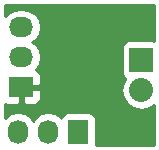
<source format=gbr>
G04 #@! TF.FileFunction,Copper,L2,Bot,Signal*
%FSLAX46Y46*%
G04 Gerber Fmt 4.6, Leading zero omitted, Abs format (unit mm)*
G04 Created by KiCad (PCBNEW 0.201506122246+5743~23~ubuntu14.10.1-product) date Sat 13 Jun 2015 04:11:00 PM EDT*
%MOMM*%
G01*
G04 APERTURE LIST*
%ADD10C,0.100000*%
%ADD11R,2.032000X2.032000*%
%ADD12O,2.032000X2.032000*%
%ADD13R,2.032000X1.727200*%
%ADD14O,2.032000X1.727200*%
%ADD15R,1.727200X2.032000*%
%ADD16O,1.727200X2.032000*%
%ADD17C,0.685800*%
%ADD18C,0.152400*%
%ADD19C,0.254000*%
G04 APERTURE END LIST*
D10*
D11*
X141986000Y-105156000D03*
D12*
X141986000Y-107696000D03*
D13*
X131826000Y-107442000D03*
D14*
X131826000Y-104902000D03*
X131826000Y-102362000D03*
D15*
X136652000Y-111252000D03*
D16*
X134112000Y-111252000D03*
X131572000Y-111252000D03*
D17*
X136207500Y-108394500D03*
X137223500Y-108902500D03*
X138366500Y-109093000D03*
X139446000Y-108839000D03*
X138620500Y-108077000D03*
X137477500Y-107886500D03*
X137414000Y-105283000D03*
D18*
X138176000Y-108902500D02*
X137223500Y-108902500D01*
X138366500Y-109093000D02*
X138176000Y-108902500D01*
X139382500Y-108839000D02*
X139446000Y-108839000D01*
X138620500Y-108077000D02*
X139382500Y-108839000D01*
X137477500Y-105346500D02*
X137477500Y-107886500D01*
X137414000Y-105283000D02*
X137477500Y-105346500D01*
D19*
G36*
X143079000Y-103508002D02*
X143079000Y-103508002D01*
X143002000Y-103492560D01*
X140970000Y-103492560D01*
X140727877Y-103539537D01*
X140515073Y-103679327D01*
X140372623Y-103890360D01*
X140322560Y-104140000D01*
X140322560Y-106172000D01*
X140369537Y-106414123D01*
X140509327Y-106626927D01*
X140654860Y-106725164D01*
X140428330Y-107064190D01*
X140302655Y-107696000D01*
X140428330Y-108327810D01*
X140786222Y-108863433D01*
X141321845Y-109221325D01*
X141953655Y-109347000D01*
X142018345Y-109347000D01*
X142650155Y-109221325D01*
X143079000Y-108934780D01*
X143079000Y-112345000D01*
X138147598Y-112345000D01*
X138163040Y-112268000D01*
X138163040Y-110236000D01*
X138116063Y-109993877D01*
X137976273Y-109781073D01*
X137765240Y-109638623D01*
X137515600Y-109588560D01*
X135788400Y-109588560D01*
X135546277Y-109635537D01*
X135333473Y-109775327D01*
X135191023Y-109986360D01*
X135183282Y-110024963D01*
X135171670Y-110007585D01*
X134685489Y-109682729D01*
X134112000Y-109568655D01*
X133538511Y-109682729D01*
X133052330Y-110007585D01*
X132842000Y-110322366D01*
X132631670Y-110007585D01*
X132145489Y-109682729D01*
X131572000Y-109568655D01*
X130998511Y-109682729D01*
X130512330Y-110007585D01*
X130479000Y-110057467D01*
X130479000Y-108855814D01*
X130683691Y-108940600D01*
X131540250Y-108940600D01*
X131699000Y-108781850D01*
X131699000Y-107569000D01*
X131953000Y-107569000D01*
X131953000Y-108781850D01*
X132111750Y-108940600D01*
X132968309Y-108940600D01*
X133201698Y-108843927D01*
X133380327Y-108665299D01*
X133477000Y-108431910D01*
X133477000Y-107727750D01*
X133318250Y-107569000D01*
X131953000Y-107569000D01*
X131699000Y-107569000D01*
X131699000Y-107569000D01*
X131679000Y-107569000D01*
X131679000Y-107315000D01*
X131699000Y-107315000D01*
X131699000Y-107295000D01*
X131953000Y-107295000D01*
X131953000Y-107315000D01*
X133318250Y-107315000D01*
X133477000Y-107156250D01*
X133477000Y-106452090D01*
X133380327Y-106218701D01*
X133201698Y-106040073D01*
X133048220Y-105976500D01*
X133070415Y-105961670D01*
X133395271Y-105475489D01*
X133509345Y-104902000D01*
X133395271Y-104328511D01*
X133070415Y-103842330D01*
X132755634Y-103632000D01*
X133070415Y-103421670D01*
X133395271Y-102935489D01*
X133509345Y-102362000D01*
X133395271Y-101788511D01*
X133070415Y-101302330D01*
X132584234Y-100977474D01*
X132010745Y-100863400D01*
X131641255Y-100863400D01*
X131067766Y-100977474D01*
X130581585Y-101302330D01*
X130479000Y-101455859D01*
X130479000Y-100507000D01*
X143079000Y-100507000D01*
X143079000Y-103508002D01*
X143079000Y-103508002D01*
G37*
X143079000Y-103508002D02*
X143079000Y-103508002D01*
X143002000Y-103492560D01*
X140970000Y-103492560D01*
X140727877Y-103539537D01*
X140515073Y-103679327D01*
X140372623Y-103890360D01*
X140322560Y-104140000D01*
X140322560Y-106172000D01*
X140369537Y-106414123D01*
X140509327Y-106626927D01*
X140654860Y-106725164D01*
X140428330Y-107064190D01*
X140302655Y-107696000D01*
X140428330Y-108327810D01*
X140786222Y-108863433D01*
X141321845Y-109221325D01*
X141953655Y-109347000D01*
X142018345Y-109347000D01*
X142650155Y-109221325D01*
X143079000Y-108934780D01*
X143079000Y-112345000D01*
X138147598Y-112345000D01*
X138163040Y-112268000D01*
X138163040Y-110236000D01*
X138116063Y-109993877D01*
X137976273Y-109781073D01*
X137765240Y-109638623D01*
X137515600Y-109588560D01*
X135788400Y-109588560D01*
X135546277Y-109635537D01*
X135333473Y-109775327D01*
X135191023Y-109986360D01*
X135183282Y-110024963D01*
X135171670Y-110007585D01*
X134685489Y-109682729D01*
X134112000Y-109568655D01*
X133538511Y-109682729D01*
X133052330Y-110007585D01*
X132842000Y-110322366D01*
X132631670Y-110007585D01*
X132145489Y-109682729D01*
X131572000Y-109568655D01*
X130998511Y-109682729D01*
X130512330Y-110007585D01*
X130479000Y-110057467D01*
X130479000Y-108855814D01*
X130683691Y-108940600D01*
X131540250Y-108940600D01*
X131699000Y-108781850D01*
X131699000Y-107569000D01*
X131953000Y-107569000D01*
X131953000Y-108781850D01*
X132111750Y-108940600D01*
X132968309Y-108940600D01*
X133201698Y-108843927D01*
X133380327Y-108665299D01*
X133477000Y-108431910D01*
X133477000Y-107727750D01*
X133318250Y-107569000D01*
X131953000Y-107569000D01*
X131699000Y-107569000D01*
X131699000Y-107569000D01*
X131679000Y-107569000D01*
X131679000Y-107315000D01*
X131699000Y-107315000D01*
X131699000Y-107295000D01*
X131953000Y-107295000D01*
X131953000Y-107315000D01*
X133318250Y-107315000D01*
X133477000Y-107156250D01*
X133477000Y-106452090D01*
X133380327Y-106218701D01*
X133201698Y-106040073D01*
X133048220Y-105976500D01*
X133070415Y-105961670D01*
X133395271Y-105475489D01*
X133509345Y-104902000D01*
X133395271Y-104328511D01*
X133070415Y-103842330D01*
X132755634Y-103632000D01*
X133070415Y-103421670D01*
X133395271Y-102935489D01*
X133509345Y-102362000D01*
X133395271Y-101788511D01*
X133070415Y-101302330D01*
X132584234Y-100977474D01*
X132010745Y-100863400D01*
X131641255Y-100863400D01*
X131067766Y-100977474D01*
X130581585Y-101302330D01*
X130479000Y-101455859D01*
X130479000Y-100507000D01*
X143079000Y-100507000D01*
X143079000Y-103508002D01*
M02*

</source>
